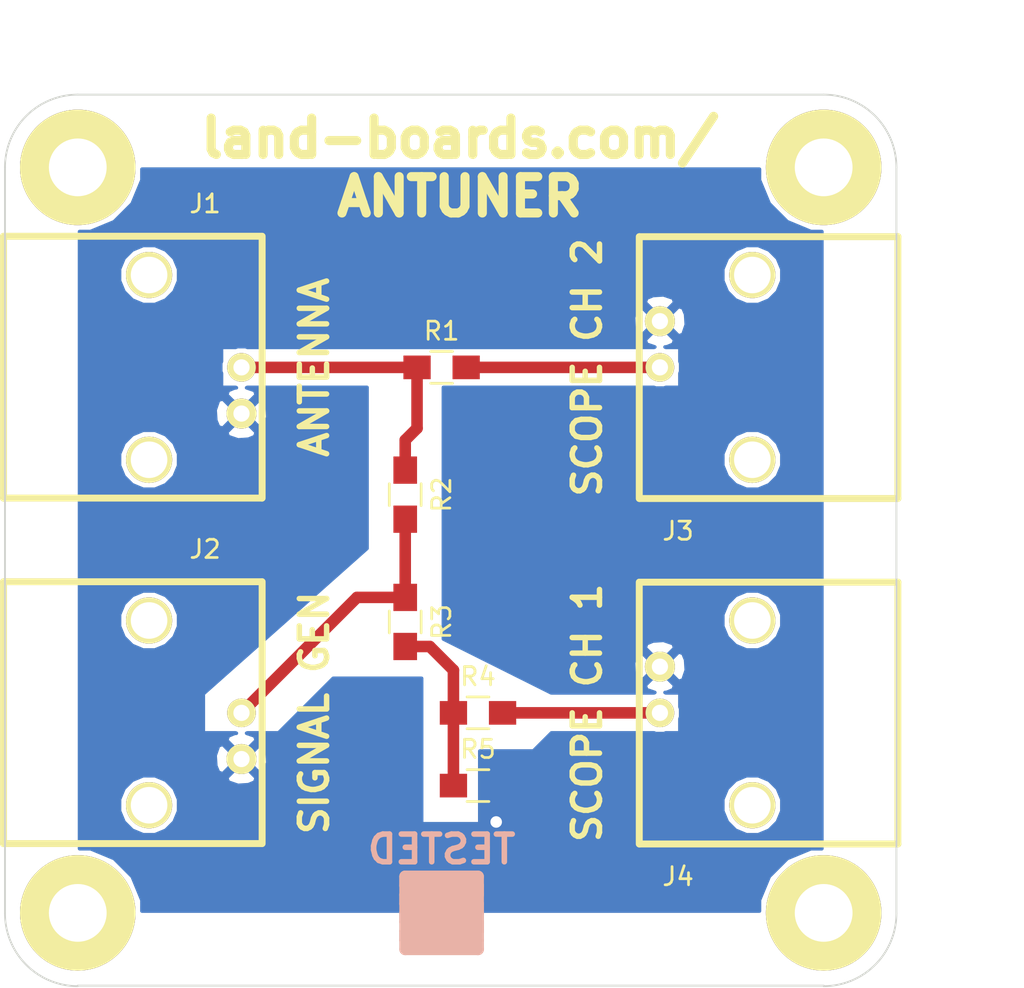
<source format=kicad_pcb>
(kicad_pcb (version 4) (host pcbnew "(after 2015-mar-04 BZR unknown)-product")

  (general
    (links 12)
    (no_connects 0)
    (area -5.115571 -4.85 60 50.4732)
    (thickness 1.6)
    (drawings 15)
    (tracks 16)
    (zones 0)
    (modules 14)
    (nets 7)
  )

  (page A3)
  (layers
    (0 F.Cu signal)
    (31 B.Cu signal)
    (36 B.SilkS user)
    (37 F.SilkS user)
    (38 B.Mask user)
    (39 F.Mask user)
    (40 Dwgs.User user)
    (44 Edge.Cuts user)
  )

  (setup
    (last_trace_width 0.254)
    (user_trace_width 0.2032)
    (user_trace_width 0.635)
    (trace_clearance 0.254)
    (zone_clearance 0.254)
    (zone_45_only no)
    (trace_min 0.2032)
    (segment_width 0.2)
    (edge_width 0.1)
    (via_size 0.889)
    (via_drill 0.635)
    (via_min_size 0.889)
    (via_min_drill 0.508)
    (uvia_size 0.508)
    (uvia_drill 0.127)
    (uvias_allowed no)
    (uvia_min_size 0.508)
    (uvia_min_drill 0.127)
    (pcb_text_width 0.3)
    (pcb_text_size 1.5 1.5)
    (mod_edge_width 0.15)
    (mod_text_size 1 1)
    (mod_text_width 0.15)
    (pad_size 1.5 1.5)
    (pad_drill 0.6)
    (pad_to_mask_clearance 0)
    (aux_axis_origin 0 0)
    (visible_elements 7FFFFF7F)
    (pcbplotparams
      (layerselection 0x010f0_80000001)
      (usegerberextensions false)
      (excludeedgelayer true)
      (linewidth 0.150000)
      (plotframeref false)
      (viasonmask false)
      (mode 1)
      (useauxorigin false)
      (hpglpennumber 1)
      (hpglpenspeed 20)
      (hpglpendiameter 15)
      (hpglpenoverlay 2)
      (psnegative false)
      (psa4output false)
      (plotreference true)
      (plotvalue true)
      (plotinvisibletext false)
      (padsonsilk false)
      (subtractmaskfromsilk false)
      (outputformat 1)
      (mirror false)
      (drillshape 0)
      (scaleselection 1)
      (outputdirectory plots/))
  )

  (net 0 "")
  (net 1 GND)
  (net 2 "Net-(J1-Pad1)")
  (net 3 "Net-(J2-Pad1)")
  (net 4 "Net-(J3-Pad1)")
  (net 5 "Net-(J4-Pad1)")
  (net 6 "Net-(R3-Pad2)")

  (net_class Default "This is the default net class."
    (clearance 0.254)
    (trace_width 0.254)
    (via_dia 0.889)
    (via_drill 0.635)
    (uvia_dia 0.508)
    (uvia_drill 0.127)
    (add_net GND)
    (add_net "Net-(J1-Pad1)")
    (add_net "Net-(J2-Pad1)")
    (add_net "Net-(J3-Pad1)")
    (add_net "Net-(J4-Pad1)")
    (add_net "Net-(R3-Pad2)")
  )

  (module MTG-4-40 (layer F.Cu) (tedit 50F036E3) (tstamp 519A559B)
    (at 4 45)
    (path /519A590D)
    (fp_text reference MTG3 (at -6.858 -0.635) (layer F.SilkS) hide
      (effects (font (size 1 1) (thickness 0.15)))
    )
    (fp_text value CONN_1 (at 0 -5.08) (layer F.SilkS) hide
      (effects (font (thickness 0.3048)))
    )
    (pad 1 thru_hole circle (at 0 0) (size 6.35 6.35) (drill 3.175) (layers *.Cu *.Mask F.SilkS))
  )

  (module MTG-4-40 (layer F.Cu) (tedit 50F036E3) (tstamp 519A55A0)
    (at 45 4)
    (path /519A5913)
    (fp_text reference MTG2 (at -6.858 -0.635) (layer F.SilkS) hide
      (effects (font (size 1 1) (thickness 0.15)))
    )
    (fp_text value CONN_1 (at 0 -5.08) (layer F.SilkS) hide
      (effects (font (thickness 0.3048)))
    )
    (pad 1 thru_hole circle (at 0 0) (size 6.35 6.35) (drill 3.175) (layers *.Cu *.Mask F.SilkS))
  )

  (module MTG-4-40 (layer F.Cu) (tedit 50F036E3) (tstamp 519A55A5)
    (at 4 4)
    (path /519A5919)
    (fp_text reference MTG1 (at -6.858 -0.635) (layer F.SilkS) hide
      (effects (font (size 1 1) (thickness 0.15)))
    )
    (fp_text value CONN_1 (at 0 -5.08) (layer F.SilkS) hide
      (effects (font (thickness 0.3048)))
    )
    (pad 1 thru_hole circle (at 0 0) (size 6.35 6.35) (drill 3.175) (layers *.Cu *.Mask F.SilkS))
  )

  (module BNC-RT (layer F.Cu) (tedit 58F4AF9D) (tstamp 519A6003)
    (at 13 15 90)
    (path /519A5027)
    (fp_text reference J1 (at 9 -2 180) (layer F.SilkS)
      (effects (font (size 1 1) (thickness 0.15)))
    )
    (fp_text value BNC (at -0.14986 6.2992 90) (layer F.SilkS) hide
      (effects (font (thickness 0.3048)))
    )
    (fp_line (start -7.1882 1.1176) (end -7.1882 -13.08354) (layer F.SilkS) (width 0.381))
    (fp_line (start -7.19328 -13.07846) (end 7.20598 -13.07846) (layer F.SilkS) (width 0.381))
    (fp_line (start 7.21106 -13.08354) (end 7.21106 1.1176) (layer F.SilkS) (width 0.381))
    (fp_line (start -7.1882 1.13538) (end 7.21106 1.13538) (layer F.SilkS) (width 0.381))
    (pad 1 thru_hole circle (at 0 0 90) (size 1.5748 1.5748) (drill 0.889) (layers *.Cu *.Mask F.SilkS)
      (net 2 "Net-(J1-Pad1)"))
    (pad 2 thru_hole circle (at -2.54 0 90) (size 1.651 1.651) (drill 0.889) (layers *.Cu *.Mask F.SilkS)
      (net 1 GND))
    (pad "" thru_hole circle (at -5.08 -5.08 90) (size 2.54 2.54) (drill 2.00914) (layers *.Cu *.Mask F.SilkS))
    (pad "" thru_hole circle (at 5.08 -5.08 90) (size 2.54 2.54) (drill 2.00914) (layers *.Cu *.Mask F.SilkS))
    (model ../KiCAD/modules/packages3d/BNC-RT.wrl
      (at (xyz 0 0 0))
      (scale (xyz 1 1 1))
      (rotate (xyz 0 0 0))
    )
  )

  (module MTG-4-40 (layer F.Cu) (tedit 50F036E3) (tstamp 519B5826)
    (at 45 45)
    (path /519B588C)
    (fp_text reference MTG4 (at -6.858 -0.635) (layer F.SilkS) hide
      (effects (font (size 1 1) (thickness 0.15)))
    )
    (fp_text value CONN_1 (at 0 -5.08) (layer F.SilkS) hide
      (effects (font (thickness 0.3048)))
    )
    (pad 1 thru_hole circle (at 0 0) (size 6.35 6.35) (drill 3.175) (layers *.Cu *.Mask F.SilkS))
  )

  (module BNC-RT (layer F.Cu) (tedit 58F4AEF5) (tstamp 519B5832)
    (at 36 15 270)
    (path /5535904A)
    (fp_text reference J3 (at 9 -1 360) (layer F.SilkS)
      (effects (font (size 1 1) (thickness 0.15)))
    )
    (fp_text value BNC (at -0.14986 6.2992 270) (layer F.SilkS) hide
      (effects (font (thickness 0.3048)))
    )
    (fp_line (start -7.1882 1.1176) (end -7.1882 -13.08354) (layer F.SilkS) (width 0.381))
    (fp_line (start -7.19328 -13.07846) (end 7.20598 -13.07846) (layer F.SilkS) (width 0.381))
    (fp_line (start 7.21106 -13.08354) (end 7.21106 1.1176) (layer F.SilkS) (width 0.381))
    (fp_line (start -7.1882 1.13538) (end 7.21106 1.13538) (layer F.SilkS) (width 0.381))
    (pad 1 thru_hole circle (at 0 0 270) (size 1.5748 1.5748) (drill 0.889) (layers *.Cu *.Mask F.SilkS)
      (net 4 "Net-(J3-Pad1)"))
    (pad 2 thru_hole circle (at -2.54 0 270) (size 1.651 1.651) (drill 0.889) (layers *.Cu *.Mask F.SilkS)
      (net 1 GND))
    (pad "" thru_hole circle (at -5.08 -5.08 270) (size 2.54 2.54) (drill 2.00914) (layers *.Cu *.Mask F.SilkS))
    (pad "" thru_hole circle (at 5.08 -5.08 270) (size 2.54 2.54) (drill 2.00914) (layers *.Cu *.Mask F.SilkS))
    (model ../KiCAD/modules/packages3d/BNC-RT.wrl
      (at (xyz 0 0 0))
      (scale (xyz 1 1 1))
      (rotate (xyz 0 0 0))
    )
  )

  (module Resistors_SMD:R_0805_HandSoldering (layer F.Cu) (tedit 58F4AF12) (tstamp 571A61D4)
    (at 26 34 180)
    (descr "Resistor SMD 0805, hand soldering")
    (tags "resistor 0805")
    (path /58F156FC)
    (attr smd)
    (fp_text reference R4 (at 0 2 180) (layer F.SilkS)
      (effects (font (size 1 1) (thickness 0.15)))
    )
    (fp_text value 1K (at 0 2.1 180) (layer F.Fab) hide
      (effects (font (size 1 1) (thickness 0.15)))
    )
    (fp_line (start -2.4 -1) (end 2.4 -1) (layer F.CrtYd) (width 0.05))
    (fp_line (start -2.4 1) (end 2.4 1) (layer F.CrtYd) (width 0.05))
    (fp_line (start -2.4 -1) (end -2.4 1) (layer F.CrtYd) (width 0.05))
    (fp_line (start 2.4 -1) (end 2.4 1) (layer F.CrtYd) (width 0.05))
    (fp_line (start 0.6 0.875) (end -0.6 0.875) (layer F.SilkS) (width 0.15))
    (fp_line (start -0.6 -0.875) (end 0.6 -0.875) (layer F.SilkS) (width 0.15))
    (pad 1 smd rect (at -1.35 0 180) (size 1.5 1.3) (layers F.Cu F.Mask)
      (net 5 "Net-(J4-Pad1)"))
    (pad 2 smd rect (at 1.35 0 180) (size 1.5 1.3) (layers F.Cu F.Mask)
      (net 6 "Net-(R3-Pad2)"))
    (model Resistors_SMD.3dshapes/R_0805_HandSoldering.wrl
      (at (xyz 0 0 0))
      (scale (xyz 1 1 1))
      (rotate (xyz 0 0 0))
    )
  )

  (module Resistors_SMD:R_0805_HandSoldering (layer F.Cu) (tedit 58F4AB51) (tstamp 571A61DF)
    (at 22 22 90)
    (descr "Resistor SMD 0805, hand soldering")
    (tags "resistor 0805")
    (path /519A4DEE)
    (attr smd)
    (fp_text reference R2 (at 0 2 90) (layer F.SilkS)
      (effects (font (size 1 1) (thickness 0.15)))
    )
    (fp_text value 50 (at 0 2.1 90) (layer F.Fab) hide
      (effects (font (size 1 1) (thickness 0.15)))
    )
    (fp_line (start -2.4 -1) (end 2.4 -1) (layer F.CrtYd) (width 0.05))
    (fp_line (start -2.4 1) (end 2.4 1) (layer F.CrtYd) (width 0.05))
    (fp_line (start -2.4 -1) (end -2.4 1) (layer F.CrtYd) (width 0.05))
    (fp_line (start 2.4 -1) (end 2.4 1) (layer F.CrtYd) (width 0.05))
    (fp_line (start 0.6 0.875) (end -0.6 0.875) (layer F.SilkS) (width 0.15))
    (fp_line (start -0.6 -0.875) (end 0.6 -0.875) (layer F.SilkS) (width 0.15))
    (pad 1 smd rect (at -1.35 0 90) (size 1.5 1.3) (layers F.Cu F.Mask)
      (net 3 "Net-(J2-Pad1)"))
    (pad 2 smd rect (at 1.35 0 90) (size 1.5 1.3) (layers F.Cu F.Mask)
      (net 2 "Net-(J1-Pad1)"))
    (model Resistors_SMD.3dshapes/R_0805_HandSoldering.wrl
      (at (xyz 0 0 0))
      (scale (xyz 1 1 1))
      (rotate (xyz 0 0 0))
    )
  )

  (module Resistors_SMD:R_0805_HandSoldering (layer F.Cu) (tedit 58F4AB53) (tstamp 571A61EA)
    (at 22 29 270)
    (descr "Resistor SMD 0805, hand soldering")
    (tags "resistor 0805")
    (path /519A4ED4)
    (attr smd)
    (fp_text reference R3 (at 0 -2 270) (layer F.SilkS)
      (effects (font (size 1 1) (thickness 0.15)))
    )
    (fp_text value 50 (at 0 2.1 270) (layer F.Fab) hide
      (effects (font (size 1 1) (thickness 0.15)))
    )
    (fp_line (start -2.4 -1) (end 2.4 -1) (layer F.CrtYd) (width 0.05))
    (fp_line (start -2.4 1) (end 2.4 1) (layer F.CrtYd) (width 0.05))
    (fp_line (start -2.4 -1) (end -2.4 1) (layer F.CrtYd) (width 0.05))
    (fp_line (start 2.4 -1) (end 2.4 1) (layer F.CrtYd) (width 0.05))
    (fp_line (start 0.6 0.875) (end -0.6 0.875) (layer F.SilkS) (width 0.15))
    (fp_line (start -0.6 -0.875) (end 0.6 -0.875) (layer F.SilkS) (width 0.15))
    (pad 1 smd rect (at -1.35 0 270) (size 1.5 1.3) (layers F.Cu F.Mask)
      (net 3 "Net-(J2-Pad1)"))
    (pad 2 smd rect (at 1.35 0 270) (size 1.5 1.3) (layers F.Cu F.Mask)
      (net 6 "Net-(R3-Pad2)"))
    (model Resistors_SMD.3dshapes/R_0805_HandSoldering.wrl
      (at (xyz 0 0 0))
      (scale (xyz 1 1 1))
      (rotate (xyz 0 0 0))
    )
  )

  (module Resistors_SMD:R_0805_HandSoldering (layer F.Cu) (tedit 58F4AF0C) (tstamp 571A61F5)
    (at 24 15)
    (descr "Resistor SMD 0805, hand soldering")
    (tags "resistor 0805")
    (path /519A4EE6)
    (attr smd)
    (fp_text reference R1 (at 0 -2) (layer F.SilkS)
      (effects (font (size 1 1) (thickness 0.15)))
    )
    (fp_text value 1K (at 0 2.1) (layer F.Fab) hide
      (effects (font (size 1 1) (thickness 0.15)))
    )
    (fp_line (start -2.4 -1) (end 2.4 -1) (layer F.CrtYd) (width 0.05))
    (fp_line (start -2.4 1) (end 2.4 1) (layer F.CrtYd) (width 0.05))
    (fp_line (start -2.4 -1) (end -2.4 1) (layer F.CrtYd) (width 0.05))
    (fp_line (start 2.4 -1) (end 2.4 1) (layer F.CrtYd) (width 0.05))
    (fp_line (start 0.6 0.875) (end -0.6 0.875) (layer F.SilkS) (width 0.15))
    (fp_line (start -0.6 -0.875) (end 0.6 -0.875) (layer F.SilkS) (width 0.15))
    (pad 1 smd rect (at -1.35 0) (size 1.5 1.3) (layers F.Cu F.Mask)
      (net 2 "Net-(J1-Pad1)"))
    (pad 2 smd rect (at 1.35 0) (size 1.5 1.3) (layers F.Cu F.Mask)
      (net 4 "Net-(J3-Pad1)"))
    (model Resistors_SMD.3dshapes/R_0805_HandSoldering.wrl
      (at (xyz 0 0 0))
      (scale (xyz 1 1 1))
      (rotate (xyz 0 0 0))
    )
  )

  (module Resistors_SMD:R_0805_HandSoldering (layer F.Cu) (tedit 58F4AA93) (tstamp 571A6200)
    (at 26 38)
    (descr "Resistor SMD 0805, hand soldering")
    (tags "resistor 0805")
    (path /519A4F10)
    (attr smd)
    (fp_text reference R5 (at 0 -2) (layer F.SilkS)
      (effects (font (size 1 1) (thickness 0.15)))
    )
    (fp_text value 50 (at 0 2.1) (layer F.Fab) hide
      (effects (font (size 1 1) (thickness 0.15)))
    )
    (fp_line (start -2.4 -1) (end 2.4 -1) (layer F.CrtYd) (width 0.05))
    (fp_line (start -2.4 1) (end 2.4 1) (layer F.CrtYd) (width 0.05))
    (fp_line (start -2.4 -1) (end -2.4 1) (layer F.CrtYd) (width 0.05))
    (fp_line (start 2.4 -1) (end 2.4 1) (layer F.CrtYd) (width 0.05))
    (fp_line (start 0.6 0.875) (end -0.6 0.875) (layer F.SilkS) (width 0.15))
    (fp_line (start -0.6 -0.875) (end 0.6 -0.875) (layer F.SilkS) (width 0.15))
    (pad 1 smd rect (at -1.35 0) (size 1.5 1.3) (layers F.Cu F.Mask)
      (net 6 "Net-(R3-Pad2)"))
    (pad 2 smd rect (at 1.35 0) (size 1.5 1.3) (layers F.Cu F.Mask)
      (net 1 GND))
    (model Resistors_SMD.3dshapes/R_0805_HandSoldering.wrl
      (at (xyz 0 0 0))
      (scale (xyz 1 1 1))
      (rotate (xyz 0 0 0))
    )
  )

  (module BNC-RT (layer F.Cu) (tedit 58F4AEE7) (tstamp 58F1364B)
    (at 13 34 90)
    (path /58F143B7)
    (fp_text reference J2 (at 9 -2 180) (layer F.SilkS)
      (effects (font (size 1 1) (thickness 0.15)))
    )
    (fp_text value BNC (at -0.14986 6.2992 90) (layer F.SilkS) hide
      (effects (font (thickness 0.3048)))
    )
    (fp_line (start -7.1882 1.1176) (end -7.1882 -13.08354) (layer F.SilkS) (width 0.381))
    (fp_line (start -7.19328 -13.07846) (end 7.20598 -13.07846) (layer F.SilkS) (width 0.381))
    (fp_line (start 7.21106 -13.08354) (end 7.21106 1.1176) (layer F.SilkS) (width 0.381))
    (fp_line (start -7.1882 1.13538) (end 7.21106 1.13538) (layer F.SilkS) (width 0.381))
    (pad 1 thru_hole circle (at 0 0 90) (size 1.5748 1.5748) (drill 0.889) (layers *.Cu *.Mask F.SilkS)
      (net 3 "Net-(J2-Pad1)"))
    (pad 2 thru_hole circle (at -2.54 0 90) (size 1.651 1.651) (drill 0.889) (layers *.Cu *.Mask F.SilkS)
      (net 1 GND))
    (pad "" thru_hole circle (at -5.08 -5.08 90) (size 2.54 2.54) (drill 2.00914) (layers *.Cu *.Mask F.SilkS))
    (pad "" thru_hole circle (at 5.08 -5.08 90) (size 2.54 2.54) (drill 2.00914) (layers *.Cu *.Mask F.SilkS))
  )

  (module BNC-RT (layer F.Cu) (tedit 58F4AEFC) (tstamp 58F13653)
    (at 36 34 270)
    (path /58F1435D)
    (fp_text reference J4 (at 9 -1 360) (layer F.SilkS)
      (effects (font (size 1 1) (thickness 0.15)))
    )
    (fp_text value BNC (at -0.14986 6.2992 270) (layer F.SilkS) hide
      (effects (font (thickness 0.3048)))
    )
    (fp_line (start -7.1882 1.1176) (end -7.1882 -13.08354) (layer F.SilkS) (width 0.381))
    (fp_line (start -7.19328 -13.07846) (end 7.20598 -13.07846) (layer F.SilkS) (width 0.381))
    (fp_line (start 7.21106 -13.08354) (end 7.21106 1.1176) (layer F.SilkS) (width 0.381))
    (fp_line (start -7.1882 1.13538) (end 7.21106 1.13538) (layer F.SilkS) (width 0.381))
    (pad 1 thru_hole circle (at 0 0 270) (size 1.5748 1.5748) (drill 0.889) (layers *.Cu *.Mask F.SilkS)
      (net 5 "Net-(J4-Pad1)"))
    (pad 2 thru_hole circle (at -2.54 0 270) (size 1.651 1.651) (drill 0.889) (layers *.Cu *.Mask F.SilkS)
      (net 1 GND))
    (pad "" thru_hole circle (at -5.08 -5.08 270) (size 2.54 2.54) (drill 2.00914) (layers *.Cu *.Mask F.SilkS))
    (pad "" thru_hole circle (at 5.08 -5.08 270) (size 2.54 2.54) (drill 2.00914) (layers *.Cu *.Mask F.SilkS))
  )

  (module LandBoards_Marking:TEST_BLK-REAR (layer F.Cu) (tedit 58F4B07B) (tstamp 58F4B163)
    (at 24 45)
    (path /58F4B46E)
    (fp_text reference TESTED (at 0 -3.5) (layer B.SilkS)
      (effects (font (thickness 0.3048)) (justify mirror))
    )
    (fp_text value COUPON (at 0 4) (layer F.SilkS) hide
      (effects (font (thickness 0.3048)))
    )
    (fp_line (start -2 -2) (end 2 -2) (layer B.SilkS) (width 0.65))
    (fp_line (start 2 -2) (end 2 2) (layer B.SilkS) (width 0.65))
    (fp_line (start 2 2) (end -2 2) (layer B.SilkS) (width 0.65))
    (fp_line (start -2 2) (end -2 -2) (layer B.SilkS) (width 0.65))
    (fp_line (start -2 -2) (end -2 -1.5) (layer B.SilkS) (width 0.65))
    (fp_line (start -2 -1.5) (end 2 -1.5) (layer B.SilkS) (width 0.65))
    (fp_line (start 2 -1.5) (end 2 -1) (layer B.SilkS) (width 0.65))
    (fp_line (start 2 -1) (end -2 -1) (layer B.SilkS) (width 0.65))
    (fp_line (start -2 -1) (end -2 -0.5) (layer B.SilkS) (width 0.65))
    (fp_line (start -2 -0.5) (end 2 -0.5) (layer B.SilkS) (width 0.65))
    (fp_line (start 2 -0.5) (end 2 0) (layer B.SilkS) (width 0.65))
    (fp_line (start 2 0) (end -2 0) (layer B.SilkS) (width 0.65))
    (fp_line (start -2 0) (end -2 0.5) (layer B.SilkS) (width 0.65))
    (fp_line (start -2 0.5) (end 1.5 0.5) (layer B.SilkS) (width 0.65))
    (fp_line (start 1.5 0.5) (end 2 0.5) (layer B.SilkS) (width 0.65))
    (fp_line (start 2 0.5) (end 2 1) (layer B.SilkS) (width 0.65))
    (fp_line (start 2 1) (end -2 1) (layer B.SilkS) (width 0.65))
    (fp_line (start -2 1) (end -2 1.5) (layer B.SilkS) (width 0.65))
    (fp_line (start -2 1.5) (end 2 1.5) (layer B.SilkS) (width 0.65))
  )

  (dimension 49 (width 0.3) (layer Dwgs.User)
    (gr_text "49.000 mm" (at 53.35 24.5 90) (layer Dwgs.User)
      (effects (font (size 1.5 1.5) (thickness 0.3)))
    )
    (feature1 (pts (xy 45 0) (xy 54.7 0)))
    (feature2 (pts (xy 45 49) (xy 54.7 49)))
    (crossbar (pts (xy 52 49) (xy 52 0)))
    (arrow1a (pts (xy 52 0) (xy 52.586421 1.126504)))
    (arrow1b (pts (xy 52 0) (xy 51.413579 1.126504)))
    (arrow2a (pts (xy 52 49) (xy 52.586421 47.873496)))
    (arrow2b (pts (xy 52 49) (xy 51.413579 47.873496)))
  )
  (dimension 49 (width 0.3) (layer Dwgs.User)
    (gr_text "49.000 mm" (at 24.5 -3.35) (layer Dwgs.User)
      (effects (font (size 1.5 1.5) (thickness 0.3)))
    )
    (feature1 (pts (xy 49 4) (xy 49 -4.7)))
    (feature2 (pts (xy 0 4) (xy 0 -4.7)))
    (crossbar (pts (xy 0 -2) (xy 49 -2)))
    (arrow1a (pts (xy 49 -2) (xy 47.873496 -1.413579)))
    (arrow1b (pts (xy 49 -2) (xy 47.873496 -2.586421)))
    (arrow2a (pts (xy 0 -2) (xy 1.126504 -1.413579)))
    (arrow2b (pts (xy 0 -2) (xy 1.126504 -2.586421)))
  )
  (gr_line (start 0 4) (end 0 45) (angle 90) (layer Edge.Cuts) (width 0.1))
  (gr_line (start 45 0) (end 4 0) (angle 90) (layer Edge.Cuts) (width 0.1))
  (gr_line (start 49 45) (end 49 4) (angle 90) (layer Edge.Cuts) (width 0.1))
  (gr_line (start 4 49) (end 45 49) (angle 90) (layer Edge.Cuts) (width 0.1))
  (gr_text "SIGNAL GEN" (at 17 34 90) (layer F.SilkS)
    (effects (font (size 1.5 1.5) (thickness 0.3)))
  )
  (gr_text "SCOPE CH 1" (at 32 34 90) (layer F.SilkS)
    (effects (font (size 1.5 1.5) (thickness 0.3)))
  )
  (gr_text ANTENNA (at 17 15 90) (layer F.SilkS)
    (effects (font (size 1.5 1.5) (thickness 0.3)))
  )
  (gr_text "SCOPE CH 2" (at 32 15 90) (layer F.SilkS)
    (effects (font (size 1.5 1.5) (thickness 0.3)))
  )
  (gr_arc (start 4 45.03) (end 4 49.03) (angle 90) (layer Edge.Cuts) (width 0.1))
  (gr_arc (start 45 45.03) (end 49 45.03) (angle 90) (layer Edge.Cuts) (width 0.1))
  (gr_arc (start 45 4) (end 45 0) (angle 90) (layer Edge.Cuts) (width 0.1))
  (gr_arc (start 4 4) (end 0 4) (angle 90) (layer Edge.Cuts) (width 0.1))
  (gr_text "land-boards.com/\nANTUNER" (at 25 4) (layer F.SilkS)
    (effects (font (size 2 2) (thickness 0.5)))
  )

  (segment (start 27.35 38) (end 27.35 39.65) (width 0.635) (layer F.Cu) (net 1))
  (via (at 27 40) (size 0.889) (layers F.Cu B.Cu) (net 1))
  (segment (start 27.35 39.65) (end 27 40) (width 0.635) (layer F.Cu) (net 1) (tstamp 58F4AB19))
  (segment (start 22.65 15) (end 22.65 18.35) (width 0.635) (layer F.Cu) (net 2))
  (segment (start 22 19) (end 22 20.65) (width 0.635) (layer F.Cu) (net 2) (tstamp 58F4AC05))
  (segment (start 22.65 18.35) (end 22 19) (width 0.635) (layer F.Cu) (net 2) (tstamp 58F4AC04))
  (segment (start 22.65 15) (end 13 15) (width 0.635) (layer F.Cu) (net 2))
  (segment (start 22 23.35) (end 22 27.65) (width 0.635) (layer F.Cu) (net 3))
  (segment (start 22 27.65) (end 19.35 27.65) (width 0.635) (layer F.Cu) (net 3))
  (segment (start 19.35 27.65) (end 13 34) (width 0.635) (layer F.Cu) (net 3) (tstamp 58F4ABFA))
  (segment (start 25.35 15) (end 36 15) (width 0.635) (layer F.Cu) (net 4))
  (segment (start 36 34) (end 27.35 34) (width 0.635) (layer F.Cu) (net 5))
  (segment (start 24.65 34) (end 24.65 31.65) (width 0.635) (layer F.Cu) (net 6))
  (segment (start 23.35 30.35) (end 22 30.35) (width 0.635) (layer F.Cu) (net 6) (tstamp 58F4ABFF))
  (segment (start 24.65 31.65) (end 23.35 30.35) (width 0.635) (layer F.Cu) (net 6) (tstamp 58F4ABFE))
  (segment (start 24.65 38) (end 24.65 34) (width 0.635) (layer F.Cu) (net 6))

  (zone (net 1) (net_name GND) (layer B.Cu) (tstamp 58F4AAC9) (hatch edge 0.508)
    (connect_pads (clearance 0.254))
    (min_thickness 0.2032)
    (fill yes (arc_segments 16) (thermal_gap 0.508) (thermal_bridge_width 0.508))
    (polygon
      (pts
        (xy 45 45) (xy 4 45) (xy 4 4) (xy 44 4) (xy 45 4)
      )
    )
    (filled_polygon
      (pts
        (xy 44.8984 41.469309) (xy 44.300801 41.468788) (xy 43.002688 42.005157) (xy 42.705881 42.301446) (xy 42.705881 38.758067)
        (xy 42.705881 28.598067) (xy 42.705881 19.758067) (xy 42.705881 9.598067) (xy 42.45892 9.000375) (xy 42.00203 8.542687)
        (xy 41.40477 8.294683) (xy 40.758067 8.294119) (xy 40.160375 8.54108) (xy 39.702687 8.99797) (xy 39.454683 9.59523)
        (xy 39.454119 10.241933) (xy 39.70108 10.839625) (xy 40.15797 11.297313) (xy 40.75523 11.545317) (xy 41.401933 11.545881)
        (xy 41.999625 11.29892) (xy 42.457313 10.84203) (xy 42.705317 10.24477) (xy 42.705881 9.598067) (xy 42.705881 19.758067)
        (xy 42.45892 19.160375) (xy 42.00203 18.702687) (xy 41.40477 18.454683) (xy 40.758067 18.454119) (xy 40.160375 18.70108)
        (xy 39.702687 19.15797) (xy 39.454683 19.75523) (xy 39.454119 20.401933) (xy 39.70108 20.999625) (xy 40.15797 21.457313)
        (xy 40.75523 21.705317) (xy 41.401933 21.705881) (xy 41.999625 21.45892) (xy 42.457313 21.00203) (xy 42.705317 20.40477)
        (xy 42.705881 19.758067) (xy 42.705881 28.598067) (xy 42.45892 28.000375) (xy 42.00203 27.542687) (xy 41.40477 27.294683)
        (xy 40.758067 27.294119) (xy 40.160375 27.54108) (xy 39.702687 27.99797) (xy 39.454683 28.59523) (xy 39.454119 29.241933)
        (xy 39.70108 29.839625) (xy 40.15797 30.297313) (xy 40.75523 30.545317) (xy 41.401933 30.545881) (xy 41.999625 30.29892)
        (xy 42.457313 29.84203) (xy 42.705317 29.24477) (xy 42.705881 28.598067) (xy 42.705881 38.758067) (xy 42.45892 38.160375)
        (xy 42.00203 37.702687) (xy 41.40477 37.454683) (xy 40.758067 37.454119) (xy 40.160375 37.70108) (xy 39.702687 38.15797)
        (xy 39.454683 38.75523) (xy 39.454119 39.401933) (xy 39.70108 39.999625) (xy 40.15797 40.457313) (xy 40.75523 40.705317)
        (xy 41.401933 40.705881) (xy 41.999625 40.45892) (xy 42.457313 40.00203) (xy 42.705317 39.40477) (xy 42.705881 38.758067)
        (xy 42.705881 42.301446) (xy 42.008648 42.997464) (xy 41.470014 44.294639) (xy 41.469486 44.8984) (xy 37.450625 44.8984)
        (xy 37.450625 31.651534) (xy 37.450625 12.651534) (xy 37.4135 12.081824) (xy 37.266906 11.727915) (xy 37.028364 11.647162)
        (xy 36.812838 11.862688) (xy 36.812838 11.431636) (xy 36.732085 11.193094) (xy 36.191534 11.009375) (xy 35.621824 11.0465)
        (xy 35.267915 11.193094) (xy 35.187162 11.431636) (xy 36 12.244474) (xy 36.812838 11.431636) (xy 36.812838 11.862688)
        (xy 36.215526 12.46) (xy 37.028364 13.272838) (xy 37.266906 13.192085) (xy 37.450625 12.651534) (xy 37.450625 31.651534)
        (xy 37.4135 31.081824) (xy 37.266906 30.727915) (xy 37.028364 30.647162) (xy 36.812838 30.862688) (xy 36.812838 30.431636)
        (xy 36.732085 30.193094) (xy 36.191534 30.009375) (xy 35.621824 30.0465) (xy 35.267915 30.193094) (xy 35.187162 30.431636)
        (xy 36 31.244474) (xy 36.812838 30.431636) (xy 36.812838 30.862688) (xy 36.215526 31.46) (xy 37.028364 32.272838)
        (xy 37.266906 32.192085) (xy 37.450625 31.651534) (xy 37.450625 44.8984) (xy 37.143198 44.8984) (xy 37.143198 33.773641)
        (xy 37.1016 33.672965) (xy 37.1016 32.8984) (xy 36.327577 32.8984) (xy 36.282608 32.879727) (xy 36.378176 32.8735)
        (xy 36.732085 32.726906) (xy 36.812838 32.488364) (xy 36 31.675526) (xy 35.784474 31.891052) (xy 35.784474 31.46)
        (xy 34.971636 30.647162) (xy 34.733094 30.727915) (xy 34.549375 31.268466) (xy 34.5865 31.838176) (xy 34.733094 32.192085)
        (xy 34.971636 32.272838) (xy 35.784474 31.46) (xy 35.784474 31.891052) (xy 35.187162 32.488364) (xy 35.267915 32.726906)
        (xy 35.717886 32.879839) (xy 35.672965 32.8984) (xy 30.023985 32.8984) (xy 24.1016 29.937208) (xy 24.1016 16.1016)
        (xy 35.672422 16.1016) (xy 35.771646 16.142801) (xy 36.226359 16.143198) (xy 36.327034 16.1016) (xy 37.1016 16.1016)
        (xy 37.1016 15.327577) (xy 37.142801 15.228354) (xy 37.143198 14.773641) (xy 37.1016 14.672965) (xy 37.1016 13.8984)
        (xy 36.327577 13.8984) (xy 36.282608 13.879727) (xy 36.378176 13.8735) (xy 36.732085 13.726906) (xy 36.812838 13.488364)
        (xy 36 12.675526) (xy 35.784474 12.891052) (xy 35.784474 12.46) (xy 34.971636 11.647162) (xy 34.733094 11.727915)
        (xy 34.549375 12.268466) (xy 34.5865 12.838176) (xy 34.733094 13.192085) (xy 34.971636 13.272838) (xy 35.784474 12.46)
        (xy 35.784474 12.891052) (xy 35.187162 13.488364) (xy 35.267915 13.726906) (xy 35.717886 13.879839) (xy 35.672965 13.8984)
        (xy 13.327577 13.8984) (xy 13.228354 13.857199) (xy 12.773641 13.856802) (xy 12.672965 13.8984) (xy 11.8984 13.8984)
        (xy 11.8984 14.672422) (xy 11.857199 14.771646) (xy 11.856802 15.226359) (xy 11.8984 15.327034) (xy 11.8984 16.1016)
        (xy 12.672422 16.1016) (xy 12.717391 16.120272) (xy 12.621824 16.1265) (xy 12.267915 16.273094) (xy 12.187162 16.511636)
        (xy 13 17.324474) (xy 13.812838 16.511636) (xy 13.732085 16.273094) (xy 13.282113 16.12016) (xy 13.327034 16.1016)
        (xy 19.8984 16.1016) (xy 19.8984 24.954375) (xy 14.450625 29.796841) (xy 14.450625 17.731534) (xy 14.4135 17.161824)
        (xy 14.266906 16.807915) (xy 14.028364 16.727162) (xy 13.215526 17.54) (xy 14.028364 18.352838) (xy 14.266906 18.272085)
        (xy 14.450625 17.731534) (xy 14.450625 29.796841) (xy 13.812838 30.363763) (xy 13.812838 18.568364) (xy 13 17.755526)
        (xy 12.784474 17.971052) (xy 12.784474 17.54) (xy 11.971636 16.727162) (xy 11.733094 16.807915) (xy 11.549375 17.348466)
        (xy 11.5865 17.918176) (xy 11.733094 18.272085) (xy 11.971636 18.352838) (xy 12.784474 17.54) (xy 12.784474 17.971052)
        (xy 12.187162 18.568364) (xy 12.267915 18.806906) (xy 12.808466 18.990625) (xy 13.378176 18.9535) (xy 13.732085 18.806906)
        (xy 13.812838 18.568364) (xy 13.812838 30.363763) (xy 10.8984 32.954375) (xy 10.8984 35.1016) (xy 12.672422 35.1016)
        (xy 12.717391 35.120272) (xy 12.621824 35.1265) (xy 12.267915 35.273094) (xy 12.187162 35.511636) (xy 13 36.324474)
        (xy 13.812838 35.511636) (xy 13.732085 35.273094) (xy 13.282113 35.12016) (xy 13.327034 35.1016) (xy 15.042084 35.1016)
        (xy 18.042084 32.1016) (xy 22.8984 32.1016) (xy 22.8984 40.1016) (xy 26.1016 40.1016) (xy 26.1016 36.1016)
        (xy 29.042084 36.1016) (xy 30.042084 35.1016) (xy 35.672422 35.1016) (xy 35.771646 35.142801) (xy 36.226359 35.143198)
        (xy 36.327034 35.1016) (xy 37.1016 35.1016) (xy 37.1016 34.327577) (xy 37.142801 34.228354) (xy 37.143198 33.773641)
        (xy 37.143198 44.8984) (xy 14.450625 44.8984) (xy 14.450625 36.731534) (xy 14.4135 36.161824) (xy 14.266906 35.807915)
        (xy 14.028364 35.727162) (xy 13.215526 36.54) (xy 14.028364 37.352838) (xy 14.266906 37.272085) (xy 14.450625 36.731534)
        (xy 14.450625 44.8984) (xy 13.812838 44.8984) (xy 13.812838 37.568364) (xy 13 36.755526) (xy 12.784474 36.971052)
        (xy 12.784474 36.54) (xy 11.971636 35.727162) (xy 11.733094 35.807915) (xy 11.549375 36.348466) (xy 11.5865 36.918176)
        (xy 11.733094 37.272085) (xy 11.971636 37.352838) (xy 12.784474 36.54) (xy 12.784474 36.971052) (xy 12.187162 37.568364)
        (xy 12.267915 37.806906) (xy 12.808466 37.990625) (xy 13.378176 37.9535) (xy 13.732085 37.806906) (xy 13.812838 37.568364)
        (xy 13.812838 44.8984) (xy 9.545881 44.8984) (xy 9.545881 38.758067) (xy 9.545881 28.598067) (xy 9.545881 19.758067)
        (xy 9.545881 9.598067) (xy 9.29892 9.000375) (xy 8.84203 8.542687) (xy 8.24477 8.294683) (xy 7.598067 8.294119)
        (xy 7.000375 8.54108) (xy 6.542687 8.99797) (xy 6.294683 9.59523) (xy 6.294119 10.241933) (xy 6.54108 10.839625)
        (xy 6.99797 11.297313) (xy 7.59523 11.545317) (xy 8.241933 11.545881) (xy 8.839625 11.29892) (xy 9.297313 10.84203)
        (xy 9.545317 10.24477) (xy 9.545881 9.598067) (xy 9.545881 19.758067) (xy 9.29892 19.160375) (xy 8.84203 18.702687)
        (xy 8.24477 18.454683) (xy 7.598067 18.454119) (xy 7.000375 18.70108) (xy 6.542687 19.15797) (xy 6.294683 19.75523)
        (xy 6.294119 20.401933) (xy 6.54108 20.999625) (xy 6.99797 21.457313) (xy 7.59523 21.705317) (xy 8.241933 21.705881)
        (xy 8.839625 21.45892) (xy 9.297313 21.00203) (xy 9.545317 20.40477) (xy 9.545881 19.758067) (xy 9.545881 28.598067)
        (xy 9.29892 28.000375) (xy 8.84203 27.542687) (xy 8.24477 27.294683) (xy 7.598067 27.294119) (xy 7.000375 27.54108)
        (xy 6.542687 27.99797) (xy 6.294683 28.59523) (xy 6.294119 29.241933) (xy 6.54108 29.839625) (xy 6.99797 30.297313)
        (xy 7.59523 30.545317) (xy 8.241933 30.545881) (xy 8.839625 30.29892) (xy 9.297313 29.84203) (xy 9.545317 29.24477)
        (xy 9.545881 28.598067) (xy 9.545881 38.758067) (xy 9.29892 38.160375) (xy 8.84203 37.702687) (xy 8.24477 37.454683)
        (xy 7.598067 37.454119) (xy 7.000375 37.70108) (xy 6.542687 38.15797) (xy 6.294683 38.75523) (xy 6.294119 39.401933)
        (xy 6.54108 39.999625) (xy 6.99797 40.457313) (xy 7.59523 40.705317) (xy 8.241933 40.705881) (xy 8.839625 40.45892)
        (xy 9.297313 40.00203) (xy 9.545317 39.40477) (xy 9.545881 38.758067) (xy 9.545881 44.8984) (xy 7.53069 44.8984)
        (xy 7.531212 44.300801) (xy 6.994843 43.002688) (xy 6.002536 42.008648) (xy 4.705361 41.470014) (xy 4.1016 41.469486)
        (xy 4.1016 7.53069) (xy 4.699199 7.531212) (xy 5.997312 6.994843) (xy 6.991352 6.002536) (xy 7.529986 4.705361)
        (xy 7.530513 4.1016) (xy 41.469309 4.1016) (xy 41.468788 4.699199) (xy 42.005157 5.997312) (xy 42.997464 6.991352)
        (xy 44.294639 7.529986) (xy 44.8984 7.530513) (xy 44.8984 41.469309)
      )
    )
  )
  (zone (net 0) (net_name "") (layer B.Cu) (tstamp 58F4AC7F) (hatch edge 0.508)
    (connect_pads (clearance 0.254))
    (min_thickness 0.2032)
    (keepout (tracks not_allowed) (vias not_allowed) (copperpour not_allowed))
    (fill (arc_segments 16) (thermal_gap 0.508) (thermal_bridge_width 0.508))
    (polygon
      (pts
        (xy 12 14) (xy 37 14) (xy 37 16) (xy 24 16) (xy 24 30)
        (xy 30 33) (xy 37 33) (xy 37 35) (xy 30 35) (xy 29 36)
        (xy 26 36) (xy 26 40) (xy 23 40) (xy 23 32) (xy 18 32)
        (xy 15 35) (xy 11 35) (xy 11 33) (xy 20 25) (xy 20 16)
        (xy 12 16)
      )
    )
  )
)

</source>
